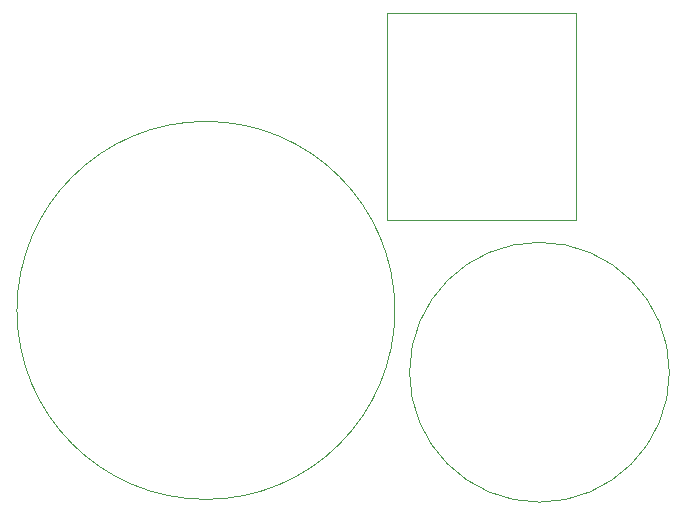
<source format=gm1>
%TF.GenerationSoftware,KiCad,Pcbnew,7.0.5*%
%TF.CreationDate,2024-02-12T20:36:51+02:00*%
%TF.ProjectId,Desk Lamp,4465736b-204c-4616-9d70-2e6b69636164,rev?*%
%TF.SameCoordinates,Original*%
%TF.FileFunction,Profile,NP*%
%FSLAX46Y46*%
G04 Gerber Fmt 4.6, Leading zero omitted, Abs format (unit mm)*
G04 Created by KiCad (PCBNEW 7.0.5) date 2024-02-12 20:36:51*
%MOMM*%
%LPD*%
G01*
G04 APERTURE LIST*
%TA.AperFunction,Profile*%
%ADD10C,0.100000*%
%TD*%
G04 APERTURE END LIST*
D10*
X133351973Y-112059000D02*
G75*
G03*
X133351973Y-112059000I-11000000J0D01*
G01*
X125426576Y-99141522D02*
X109424576Y-99141523D01*
X109424576Y-81615523D01*
X125426576Y-81615523D01*
X125426576Y-99141522D01*
X110112523Y-106823424D02*
G75*
G03*
X110112523Y-106823424I-16000000J0D01*
G01*
M02*

</source>
